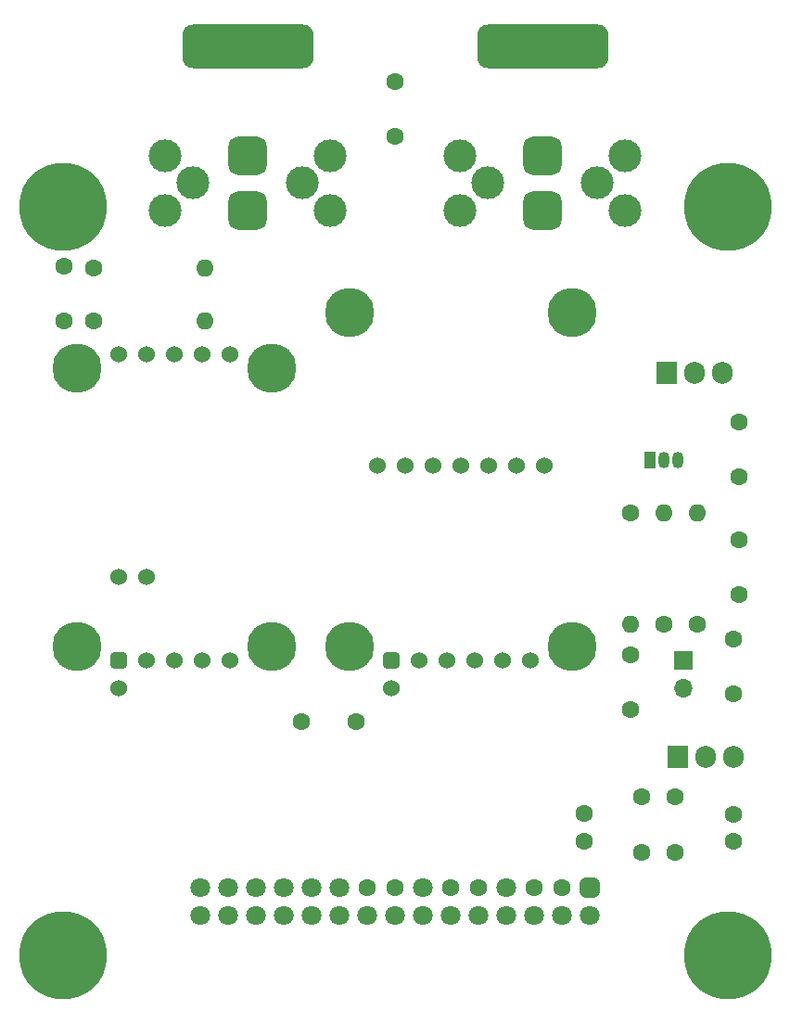
<source format=gbr>
%TF.GenerationSoftware,KiCad,Pcbnew,6.0.1-79c1e3a40b~116~ubuntu20.04.1*%
%TF.CreationDate,2022-01-20T00:26:34+00:00*%
%TF.ProjectId,Amplifier board,416d706c-6966-4696-9572-20626f617264,V1.0*%
%TF.SameCoordinates,Original*%
%TF.FileFunction,Soldermask,Bot*%
%TF.FilePolarity,Negative*%
%FSLAX46Y46*%
G04 Gerber Fmt 4.6, Leading zero omitted, Abs format (unit mm)*
G04 Created by KiCad (PCBNEW 6.0.1-79c1e3a40b~116~ubuntu20.04.1) date 2022-01-20 00:26:34*
%MOMM*%
%LPD*%
G01*
G04 APERTURE LIST*
G04 Aperture macros list*
%AMRoundRect*
0 Rectangle with rounded corners*
0 $1 Rounding radius*
0 $2 $3 $4 $5 $6 $7 $8 $9 X,Y pos of 4 corners*
0 Add a 4 corners polygon primitive as box body*
4,1,4,$2,$3,$4,$5,$6,$7,$8,$9,$2,$3,0*
0 Add four circle primitives for the rounded corners*
1,1,$1+$1,$2,$3*
1,1,$1+$1,$4,$5*
1,1,$1+$1,$6,$7*
1,1,$1+$1,$8,$9*
0 Add four rect primitives between the rounded corners*
20,1,$1+$1,$2,$3,$4,$5,0*
20,1,$1+$1,$4,$5,$6,$7,0*
20,1,$1+$1,$6,$7,$8,$9,0*
20,1,$1+$1,$8,$9,$2,$3,0*%
G04 Aperture macros list end*
%ADD10C,1.600000*%
%ADD11R,1.905000X2.000000*%
%ADD12O,1.905000X2.000000*%
%ADD13C,8.000000*%
%ADD14O,1.600000X1.600000*%
%ADD15R,1.050000X1.500000*%
%ADD16O,1.050000X1.500000*%
%ADD17C,4.500000*%
%ADD18RoundRect,0.381000X-0.381000X-0.381000X0.381000X-0.381000X0.381000X0.381000X-0.381000X0.381000X0*%
%ADD19C,1.524000*%
%ADD20RoundRect,0.450000X-0.450000X-0.450000X0.450000X-0.450000X0.450000X0.450000X-0.450000X0.450000X0*%
%ADD21C,1.800000*%
%ADD22R,1.700000X1.700000*%
%ADD23O,1.700000X1.700000*%
%ADD24C,3.000000*%
%ADD25RoundRect,0.875000X-0.875000X0.875000X-0.875000X-0.875000X0.875000X-0.875000X0.875000X0.875000X0*%
%ADD26RoundRect,1.000000X-2.500000X1.000000X-2.500000X-1.000000X2.500000X-1.000000X2.500000X1.000000X0*%
G04 APERTURE END LIST*
D10*
%TO.C,C5*%
X172085000Y-99314000D03*
X172085000Y-104314000D03*
%TD*%
%TO.C,C6*%
X172085000Y-88599000D03*
X172085000Y-93599000D03*
%TD*%
D11*
%TO.C,D1*%
X165481000Y-84074000D03*
D12*
X168021000Y-84074000D03*
X170561000Y-84074000D03*
%TD*%
D10*
%TO.C,F1*%
X171577000Y-108411000D03*
X171577000Y-113411000D03*
%TD*%
D13*
%TO.C,H1*%
X110363000Y-137287000D03*
%TD*%
%TO.C,H2*%
X171069000Y-137287000D03*
%TD*%
D10*
%TO.C,R1*%
X165227000Y-107061000D03*
D14*
X165227000Y-96901000D03*
%TD*%
D10*
%TO.C,R2*%
X162179000Y-96901000D03*
D14*
X162179000Y-107061000D03*
%TD*%
D10*
%TO.C,R3*%
X168275000Y-107061000D03*
D14*
X168275000Y-96901000D03*
%TD*%
D11*
%TO.C,U1*%
X166497000Y-119126000D03*
D12*
X169037000Y-119126000D03*
X171577000Y-119126000D03*
%TD*%
D15*
%TO.C,U2*%
X163957000Y-92075000D03*
D16*
X165227000Y-92075000D03*
X166497000Y-92075000D03*
%TD*%
D17*
%TO.C,U3*%
X136525000Y-78613000D03*
X136525000Y-109093000D03*
X156845000Y-78613000D03*
X156845000Y-109093000D03*
D18*
X140335000Y-110363000D03*
D19*
X142875000Y-110363000D03*
X145415000Y-110363000D03*
X147955000Y-110363000D03*
X150495000Y-110363000D03*
X153035000Y-110363000D03*
X139065000Y-92583000D03*
X141605000Y-92583000D03*
X144145000Y-92583000D03*
X146685000Y-92583000D03*
X149225000Y-92583000D03*
X151765000Y-92583000D03*
X154305000Y-92583000D03*
X140335000Y-112903000D03*
%TD*%
D17*
%TO.C,U4*%
X111633000Y-109093000D03*
X111633000Y-83693000D03*
X129413000Y-109093000D03*
X129413000Y-83693000D03*
D18*
X115443000Y-110363000D03*
D19*
X117983000Y-110363000D03*
X120523000Y-110363000D03*
X123063000Y-110363000D03*
X125603000Y-110363000D03*
X115443000Y-82423000D03*
X117983000Y-82423000D03*
X120523000Y-82423000D03*
X123063000Y-82423000D03*
X125603000Y-82423000D03*
X115443000Y-102743000D03*
X117983000Y-102743000D03*
X115443000Y-112903000D03*
%TD*%
D13*
%TO.C,H3*%
X110363000Y-68961000D03*
%TD*%
%TO.C,H4*%
X171069000Y-68961000D03*
%TD*%
D20*
%TO.C,J1*%
X158496000Y-131064000D03*
D21*
X158496000Y-133604000D03*
D10*
X155956000Y-131064000D03*
D21*
X155956000Y-133604000D03*
D10*
X153416000Y-131064000D03*
D21*
X153416000Y-133604000D03*
X150876000Y-131064000D03*
X150876000Y-133604000D03*
D10*
X148336000Y-131064000D03*
D21*
X148336000Y-133604000D03*
D10*
X145796000Y-131064000D03*
D21*
X145796000Y-133604000D03*
X143256000Y-131064000D03*
X143256000Y-133604000D03*
D10*
X140716000Y-131064000D03*
D21*
X140716000Y-133604000D03*
D10*
X138176000Y-131064000D03*
D21*
X138176000Y-133604000D03*
X135636000Y-131064000D03*
X135636000Y-133604000D03*
X133096000Y-131064000D03*
X133096000Y-133604000D03*
X130556000Y-131064000D03*
X130556000Y-133604000D03*
X128016000Y-131064000D03*
X128016000Y-133604000D03*
X125476000Y-131064000D03*
X125476000Y-133604000D03*
X122936000Y-131064000D03*
X122936000Y-133604000D03*
%TD*%
D10*
%TO.C,C2*%
X163195000Y-122809000D03*
X163195000Y-127809000D03*
%TD*%
%TO.C,C7*%
X162179000Y-114808000D03*
X162179000Y-109808000D03*
%TD*%
D22*
%TO.C,JP1*%
X167005000Y-110363000D03*
D23*
X167005000Y-112903000D03*
%TD*%
D10*
%TO.C,C3*%
X166243000Y-122809000D03*
X166243000Y-127809000D03*
%TD*%
%TO.C,C8*%
X137160000Y-115951000D03*
X132160000Y-115951000D03*
%TD*%
%TO.C,C10*%
X110490000Y-79375000D03*
X110490000Y-74375000D03*
%TD*%
D24*
%TO.C,J3*%
X119754000Y-64262000D03*
D25*
X127254000Y-64262000D03*
D24*
X134754000Y-64262000D03*
X122254000Y-66762000D03*
X132254000Y-66762000D03*
X119754000Y-69262000D03*
D25*
X127254000Y-69262000D03*
D24*
X134754000Y-69262000D03*
D26*
X124754000Y-54262000D03*
X129754000Y-54262000D03*
%TD*%
D10*
%TO.C,R5*%
X113157000Y-79375000D03*
D14*
X123317000Y-79375000D03*
%TD*%
D10*
%TO.C,C9*%
X140716000Y-62484000D03*
X140716000Y-57484000D03*
%TD*%
%TO.C,C1*%
X157988000Y-124333000D03*
X157988000Y-126833000D03*
%TD*%
%TO.C,C4*%
X171577000Y-124373000D03*
X171577000Y-126873000D03*
%TD*%
%TO.C,R4*%
X113157000Y-74549000D03*
D14*
X123317000Y-74549000D03*
%TD*%
D24*
%TO.C,J2*%
X146678000Y-64262000D03*
D25*
X154178000Y-64262000D03*
D24*
X161678000Y-64262000D03*
X149178000Y-66762000D03*
X159178000Y-66762000D03*
X146678000Y-69262000D03*
D25*
X154178000Y-69262000D03*
D24*
X161678000Y-69262000D03*
D26*
X151678000Y-54262000D03*
X156678000Y-54262000D03*
%TD*%
M02*

</source>
